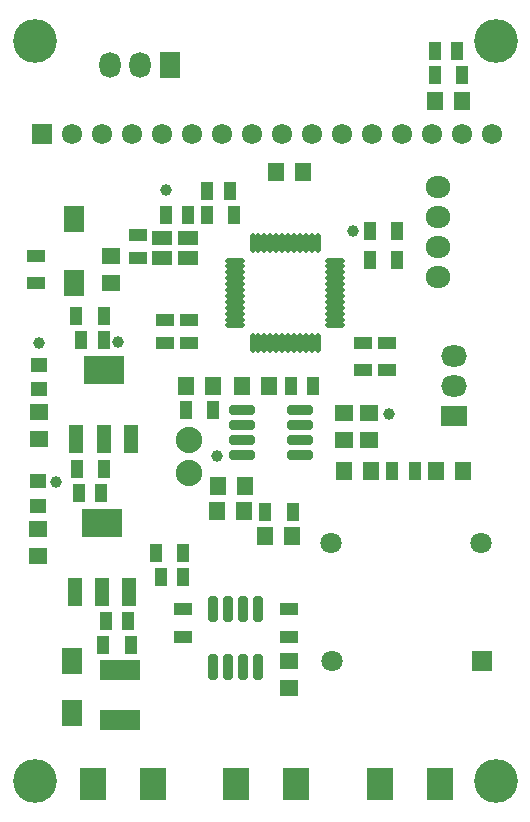
<source format=gts>
G04*
G04 #@! TF.GenerationSoftware,Altium Limited,Altium Designer,21.9.2 (33)*
G04*
G04 Layer_Color=8388736*
%FSTAX25Y25*%
%MOIN*%
G70*
G04*
G04 #@! TF.SameCoordinates,0F4E3B0E-42B1-4E8D-80DC-DAFE1E1038FA*
G04*
G04*
G04 #@! TF.FilePolarity,Negative*
G04*
G01*
G75*
%ADD35O,0.01981X0.06509*%
%ADD36O,0.06509X0.01981*%
%ADD37R,0.13595X0.09265*%
%ADD38R,0.04737X0.09265*%
%ADD39R,0.05800X0.06300*%
%ADD40R,0.04343X0.05918*%
%ADD41R,0.06300X0.05800*%
G04:AMPARAMS|DCode=42|XSize=85.56mil|YSize=31.62mil|CornerRadius=6.95mil|HoleSize=0mil|Usage=FLASHONLY|Rotation=180.000|XOffset=0mil|YOffset=0mil|HoleType=Round|Shape=RoundedRectangle|*
%AMROUNDEDRECTD42*
21,1,0.08556,0.01772,0,0,180.0*
21,1,0.07165,0.03162,0,0,180.0*
1,1,0.01391,-0.03583,0.00886*
1,1,0.01391,0.03583,0.00886*
1,1,0.01391,0.03583,-0.00886*
1,1,0.01391,-0.03583,-0.00886*
%
%ADD42ROUNDEDRECTD42*%
%ADD43R,0.06902X0.04540*%
G04:AMPARAMS|DCode=44|XSize=85.56mil|YSize=31.62mil|CornerRadius=6.95mil|HoleSize=0mil|Usage=FLASHONLY|Rotation=90.000|XOffset=0mil|YOffset=0mil|HoleType=Round|Shape=RoundedRectangle|*
%AMROUNDEDRECTD44*
21,1,0.08556,0.01772,0,0,90.0*
21,1,0.07165,0.03162,0,0,90.0*
1,1,0.01391,0.00886,0.03583*
1,1,0.01391,0.00886,-0.03583*
1,1,0.01391,-0.00886,-0.03583*
1,1,0.01391,-0.00886,0.03583*
%
%ADD44ROUNDEDRECTD44*%
%ADD45R,0.06706X0.08674*%
%ADD46R,0.13438X0.06902*%
%ADD47R,0.05524X0.05131*%
%ADD48R,0.06902X0.09068*%
%ADD49R,0.05918X0.04343*%
%ADD50O,0.08300X0.07300*%
%ADD51C,0.14600*%
%ADD52C,0.07099*%
%ADD53R,0.07099X0.07099*%
%ADD54C,0.08800*%
%ADD55O,0.07099X0.08674*%
%ADD56R,0.07099X0.08674*%
%ADD57O,0.08674X0.07099*%
%ADD58R,0.08674X0.07099*%
%ADD59R,0.08674X0.10642*%
%ADD60C,0.06784*%
%ADD61R,0.06784X0.06784*%
%ADD62C,0.03950*%
D35*
X0418673Y0299634D02*
D03*
X0420642D02*
D03*
X042261D02*
D03*
X0424579D02*
D03*
X0426547D02*
D03*
X0428516D02*
D03*
X0430484D02*
D03*
X0432453D02*
D03*
X0434421D02*
D03*
X043639D02*
D03*
X0438358D02*
D03*
X0440327D02*
D03*
Y0266366D02*
D03*
X0438358D02*
D03*
X043639D02*
D03*
X0434421D02*
D03*
X0432453D02*
D03*
X0430484D02*
D03*
X0428516D02*
D03*
X0426547D02*
D03*
X0424579D02*
D03*
X042261D02*
D03*
X0420642D02*
D03*
X0418673D02*
D03*
D36*
X0446134Y0293827D02*
D03*
Y0291858D02*
D03*
Y028989D02*
D03*
Y0287921D02*
D03*
Y0285953D02*
D03*
Y0283984D02*
D03*
Y0282016D02*
D03*
Y0280047D02*
D03*
Y0278079D02*
D03*
Y027611D02*
D03*
Y0274142D02*
D03*
Y0272173D02*
D03*
X0412866D02*
D03*
Y0274142D02*
D03*
Y027611D02*
D03*
Y0278079D02*
D03*
Y0280047D02*
D03*
Y0282016D02*
D03*
Y0283984D02*
D03*
Y0285953D02*
D03*
Y0287921D02*
D03*
Y028989D02*
D03*
Y0291858D02*
D03*
Y0293827D02*
D03*
D37*
X0369038Y0257329D02*
D03*
X0368538Y0206492D02*
D03*
D38*
X0359983Y0234298D02*
D03*
X0369038D02*
D03*
X0378094D02*
D03*
X0359483Y018346D02*
D03*
X0368538D02*
D03*
X0377593D02*
D03*
D39*
X04889Y02236D02*
D03*
X04799D02*
D03*
X04159Y0210399D02*
D03*
X04069D02*
D03*
X0416Y02186D02*
D03*
X0407D02*
D03*
X04319Y0202D02*
D03*
X04229D02*
D03*
X039651Y0252045D02*
D03*
X040551D02*
D03*
X04151Y02521D02*
D03*
X04241D02*
D03*
X04885Y0347D02*
D03*
X04795D02*
D03*
X0458151Y02236D02*
D03*
X0449151D02*
D03*
X04266Y03233D02*
D03*
X04356D02*
D03*
D40*
X039648Y0243951D02*
D03*
X0405535D02*
D03*
X0422972Y0210094D02*
D03*
X0432028D02*
D03*
X047274Y02237D02*
D03*
X046526D02*
D03*
X0479445Y0355578D02*
D03*
X04885D02*
D03*
X0479445Y0363666D02*
D03*
X0486925D02*
D03*
X0438889Y02521D02*
D03*
X0431409D02*
D03*
X0395524Y0196463D02*
D03*
X0386469D02*
D03*
X0395524Y0188375D02*
D03*
X0388043D02*
D03*
X0378028Y0165513D02*
D03*
X0368972D02*
D03*
X037724Y0173601D02*
D03*
X036976D02*
D03*
X0369038Y0275276D02*
D03*
X0359983D02*
D03*
X0369038Y0267189D02*
D03*
X0361558D02*
D03*
X0369093Y0224439D02*
D03*
X0360038D02*
D03*
X0368306Y0216351D02*
D03*
X0360826D02*
D03*
X0403547Y0317D02*
D03*
X0411027D02*
D03*
X0403547Y0308912D02*
D03*
X0412602D02*
D03*
X0457847Y03036D02*
D03*
X0466903D02*
D03*
X0457847Y02939D02*
D03*
X0466903D02*
D03*
X0397231Y0308845D02*
D03*
X0389751D02*
D03*
D41*
X04493Y0233849D02*
D03*
Y0242849D02*
D03*
X0457501Y0233849D02*
D03*
Y0242849D02*
D03*
X04307Y01605D02*
D03*
Y01515D02*
D03*
X03475Y0234464D02*
D03*
Y0243464D02*
D03*
X0347Y01955D02*
D03*
Y02045D02*
D03*
X03715Y02865D02*
D03*
Y02955D02*
D03*
D42*
X0415054Y0228924D02*
D03*
Y0233924D02*
D03*
Y0238924D02*
D03*
Y0243924D02*
D03*
X0434503D02*
D03*
Y0238924D02*
D03*
Y0233924D02*
D03*
Y0228924D02*
D03*
D43*
X0388569Y0294754D02*
D03*
Y0301447D02*
D03*
X0397231Y0294754D02*
D03*
Y0301447D02*
D03*
D44*
X04055Y0158256D02*
D03*
X04105D02*
D03*
X04155D02*
D03*
X04205D02*
D03*
Y0177744D02*
D03*
X04155D02*
D03*
X04105D02*
D03*
X04055D02*
D03*
D45*
X0359Y030763D02*
D03*
Y028637D02*
D03*
D46*
X03745Y0140792D02*
D03*
Y0157327D02*
D03*
D47*
X03475Y0250866D02*
D03*
Y0259134D02*
D03*
X0347Y0211902D02*
D03*
Y022017D02*
D03*
D48*
X0358639Y0143124D02*
D03*
Y0160447D02*
D03*
D49*
X04307Y0168472D02*
D03*
Y0177528D02*
D03*
X0395524D02*
D03*
Y0168472D02*
D03*
X0463415Y026641D02*
D03*
Y0257354D02*
D03*
X0455328Y0266382D02*
D03*
Y0257327D02*
D03*
X039749Y0266401D02*
D03*
Y0273882D02*
D03*
X0389403Y0266401D02*
D03*
Y0273882D02*
D03*
X03465Y028637D02*
D03*
Y0295425D02*
D03*
X0380574Y0294754D02*
D03*
Y0302234D02*
D03*
D50*
X04805Y02884D02*
D03*
Y02985D02*
D03*
Y03083D02*
D03*
Y03184D02*
D03*
D51*
X0499801Y0367D02*
D03*
X0346D02*
D03*
X0499801Y01205D02*
D03*
X0346D02*
D03*
D52*
X0494712Y0199753D02*
D03*
X0444712D02*
D03*
X0445Y01605D02*
D03*
D53*
X0495D02*
D03*
D54*
X03974Y0233924D02*
D03*
Y0222923D02*
D03*
D55*
X0371Y0359D02*
D03*
X0381D02*
D03*
D56*
X0391D02*
D03*
D57*
X04857Y02621D02*
D03*
Y02521D02*
D03*
D58*
Y02421D02*
D03*
D59*
X0481Y01195D02*
D03*
X0461D02*
D03*
X043325D02*
D03*
X041325D02*
D03*
X03855D02*
D03*
X03655D02*
D03*
D60*
X04985Y0336D02*
D03*
X04885D02*
D03*
X04785D02*
D03*
X04685D02*
D03*
X04485D02*
D03*
X04285D02*
D03*
X04185D02*
D03*
X03985D02*
D03*
X03885D02*
D03*
X03785D02*
D03*
X03585D02*
D03*
X03685D02*
D03*
X04085D02*
D03*
X04385D02*
D03*
X04585D02*
D03*
D61*
X03485D02*
D03*
D62*
X04069Y02286D02*
D03*
X03898Y03172D02*
D03*
X04643Y02428D02*
D03*
X0452Y03036D02*
D03*
X03475Y02665D02*
D03*
X03739Y02667D02*
D03*
X0353Y022D02*
D03*
M02*

</source>
